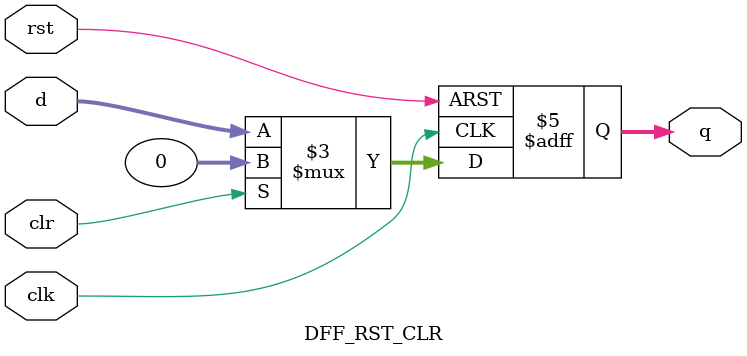
<source format=v>
 /*                                                                      
 Copyright 2025 Haoyu Tang, haoyu.tang@hotmail.com
                                                                         
 Licensed under the Apache License, Version 2.0 (the "License");         
 you may not use this file except in compliance with the License.        
 You may obtain a copy of the License at                                 
                                                                         
     http://www.apache.org/licenses/LICENSE-2.0                          
                                                                         
 Unless required by applicable law or agreed to in writing, software    
 distributed under the License is distributed on an "AS IS" BASIS,       
 WITHOUT WARRANTIES OR CONDITIONS OF ANY KIND, either express or implied.
 See the License for the specific language governing permissions and     
 limitations under the License.                                          
 */

// ===========================================================================
// Description:
// DFF module without Load-enable, no reset. 
// ===========================================================================
module DFF #(
    parameter DATA_WIDTH = 32
)(
    input                             clk,// clk 
    input       [DATA_WIDTH-1:0]      d,// input data

    output reg  [DATA_WIDTH-1:0]      q//flipflop out
);
    
    always @(posedge clk) begin
        q <= d;
    end
    
endmodule

module DFF_RST #(
    parameter  DATA_WIDTH = 32,
    parameter  RST_VALUE  = {DATA_WIDTH{1'b0}}
) (
    input                             clk,// clk
    input                             rst,
    input       [DATA_WIDTH-1:0]      d,// input data

    output reg  [DATA_WIDTH-1:0]      q//flipflop out
);
    
    always @(posedge clk or posedge rst) begin
        if (rst) 
            q <= 0;
        else 
            q <= d; 
    end
    
endmodule

module DFF_EN #(
    parameter  DATA_WIDTH = 32
) (
    input                             clk,// clk
    input                             en,
    input       [DATA_WIDTH-1:0]      d,// input data

    output reg  [DATA_WIDTH-1:0]      q//flipflop out
);
    
    always @(posedge clk) begin
        if (en) 
            q <= d; //
    end
    
endmodule

module DFF_RST_EN #(
    parameter  DATA_WIDTH = 32,
    parameter  RST_VALUE  = {DATA_WIDTH{1'b0}}
) (
    input                             clk,// clk
    input                             rst,   
    input                             en,
    input       [DATA_WIDTH-1:0]      d,// input data

    output reg  [DATA_WIDTH-1:0]      q//flipflop out   
);

    always @(posedge clk or posedge rst) begin
        if (rst) 
            q <= 0;
        else if (en) 
            q <= d; 
        else ;
    end

endmodule


module DFF_RST_EN_CLR #(
    parameter  DATA_WIDTH = 32,
    parameter  RST_VALUE  = {DATA_WIDTH{1'b0}}
) (
    input                             clk,  
    input                             rst, 
    input                             clr,
    input                             en,  
    input       [DATA_WIDTH-1:0]      d,     

    output reg  [DATA_WIDTH-1:0]      q     
);

    always @(posedge clk or posedge rst) begin
        if (rst) 
            q <= 'h0;     
        else if (clr) 
            q <= 'h0;     
        else if (en) 
            q <= d;        
    end

endmodule


module DFF_RST_CLR #(
    parameter  DATA_WIDTH = 32,
    parameter  RST_VALUE  = {DATA_WIDTH{1'b0}}
) (
    input                             clk,  
    input                             rst, 
    input                             clr,
    input       [DATA_WIDTH-1:0]      d,     

    output reg  [DATA_WIDTH-1:0]      q     
);

    always @(posedge clk or posedge rst) begin
        if (rst) 
            q <= 'h0;     
        else if (clr) 
            q <= 'h0;     
        else
            q <= d;        
    end

endmodule
</source>
